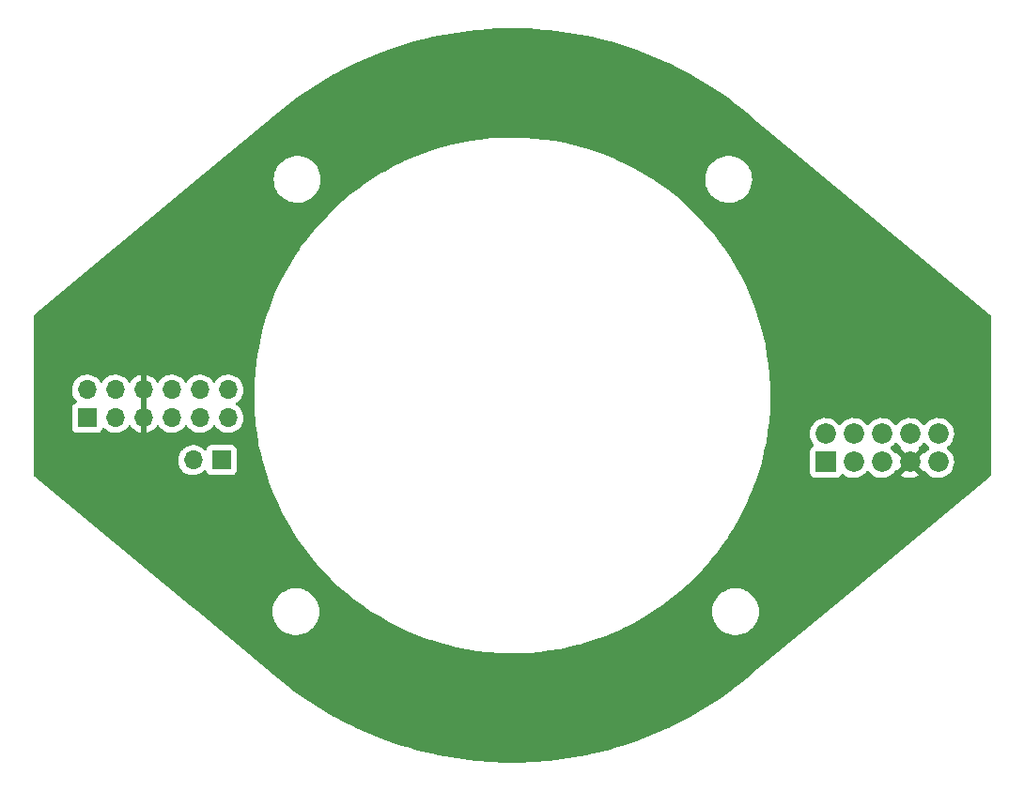
<source format=gbr>
%TF.GenerationSoftware,KiCad,Pcbnew,(6.0.0-0)*%
%TF.CreationDate,2022-02-24T10:59:22-05:00*%
%TF.ProjectId,Rotary,526f7461-7279-42e6-9b69-6361645f7063,rev?*%
%TF.SameCoordinates,Original*%
%TF.FileFunction,Copper,L1,Top*%
%TF.FilePolarity,Positive*%
%FSLAX46Y46*%
G04 Gerber Fmt 4.6, Leading zero omitted, Abs format (unit mm)*
G04 Created by KiCad (PCBNEW (6.0.0-0)) date 2022-02-24 10:59:22*
%MOMM*%
%LPD*%
G01*
G04 APERTURE LIST*
%TA.AperFunction,ComponentPad*%
%ADD10O,1.700000X1.700000*%
%TD*%
%TA.AperFunction,ComponentPad*%
%ADD11R,1.700000X1.700000*%
%TD*%
%TA.AperFunction,ComponentPad*%
%ADD12R,1.836000X1.836000*%
%TD*%
%TA.AperFunction,ComponentPad*%
%ADD13C,1.836000*%
%TD*%
G04 APERTURE END LIST*
D10*
%TO.P,J3,2,Pin_2*%
%TO.N,RTR_LIMIT*%
X117870000Y-103340000D03*
D11*
%TO.P,J3,1,Pin_1*%
%TO.N,GND*%
X120410000Y-103340000D03*
%TD*%
D12*
%TO.P,J2,1,Pin_1*%
%TO.N,RTR_ENB*%
X174853250Y-103503500D03*
D13*
%TO.P,J2,2,Pin_2*%
%TO.N,LKIT_C*%
X174853250Y-100963500D03*
%TO.P,J2,3,Pin_3*%
%TO.N,RTR_ENA*%
X177393250Y-103503500D03*
%TO.P,J2,4,Pin_4*%
%TO.N,LKIT_B*%
X177393250Y-100963500D03*
%TO.P,J2,5,Pin_5*%
%TO.N,RTR_LIMIT*%
X179933250Y-103503500D03*
%TO.P,J2,6,Pin_6*%
%TO.N,LKIT_A*%
X179933250Y-100963500D03*
%TO.P,J2,7,Pin_7*%
%TO.N,5V*%
X182473250Y-103503500D03*
%TO.P,J2,8,Pin_8*%
%TO.N,GND*%
X182473250Y-100963500D03*
%TO.P,J2,9,Pin_9*%
%TO.N,RMOT2*%
X185013250Y-103503500D03*
%TO.P,J2,10,Pin_10*%
%TO.N,RMOT1*%
X185013250Y-100963500D03*
%TD*%
D11*
%TO.P,J1,1,Pin_1*%
%TO.N,RTR_ENB*%
X108320000Y-99520000D03*
D10*
%TO.P,J1,2,Pin_2*%
%TO.N,GND*%
X108320000Y-96980000D03*
%TO.P,J1,3,Pin_3*%
%TO.N,RTR_ENA*%
X110860000Y-99520000D03*
%TO.P,J1,4,Pin_4*%
%TO.N,GND*%
X110860000Y-96980000D03*
%TO.P,J1,5,Pin_5*%
%TO.N,5V*%
X113400000Y-99520000D03*
%TO.P,J1,6,Pin_6*%
X113400000Y-96980000D03*
%TO.P,J1,7,Pin_7*%
%TO.N,GND*%
X115940000Y-99520000D03*
%TO.P,J1,8,Pin_8*%
%TO.N,LKIT_A*%
X115940000Y-96980000D03*
%TO.P,J1,9,Pin_9*%
%TO.N,RMOT1*%
X118480000Y-99520000D03*
%TO.P,J1,10,Pin_10*%
%TO.N,LKIT_B*%
X118480000Y-96980000D03*
%TO.P,J1,11,Pin_11*%
%TO.N,RMOT2*%
X121020000Y-99520000D03*
%TO.P,J1,12,Pin_12*%
%TO.N,LKIT_C*%
X121020000Y-96980000D03*
%TD*%
%TA.AperFunction,Conductor*%
%TO.N,5V*%
G36*
X146926719Y-64363028D02*
G01*
X147741021Y-64376785D01*
X147745260Y-64376929D01*
X148006563Y-64390182D01*
X148857858Y-64433360D01*
X148862104Y-64433647D01*
X149522691Y-64489574D01*
X149972216Y-64527632D01*
X149976404Y-64528058D01*
X151082666Y-64659483D01*
X151086876Y-64660055D01*
X152188114Y-64828778D01*
X152192272Y-64829488D01*
X153287160Y-65035309D01*
X153291289Y-65036158D01*
X153828408Y-65156042D01*
X154378587Y-65278842D01*
X154382725Y-65279839D01*
X155100918Y-65465815D01*
X155461224Y-65559116D01*
X155465305Y-65560247D01*
X155807310Y-65661252D01*
X156533711Y-65875782D01*
X156537772Y-65877056D01*
X157594934Y-66228508D01*
X157598950Y-66229919D01*
X158643619Y-66616872D01*
X158647586Y-66618418D01*
X159678608Y-67040445D01*
X159682519Y-67042124D01*
X160698670Y-67498724D01*
X160702521Y-67500533D01*
X161702712Y-67991217D01*
X161706457Y-67993134D01*
X162689512Y-68517328D01*
X162693192Y-68519370D01*
X163657953Y-69076456D01*
X163661603Y-69078646D01*
X164607020Y-69668016D01*
X164610593Y-69670329D01*
X165535505Y-70291258D01*
X165538999Y-70293690D01*
X166288973Y-70834802D01*
X166442433Y-70945525D01*
X166445842Y-70948073D01*
X167326752Y-71630058D01*
X167330074Y-71632721D01*
X168153265Y-72315714D01*
X168168615Y-72330846D01*
X168180935Y-72345271D01*
X168198450Y-72356732D01*
X168211990Y-72365593D01*
X168223480Y-72374079D01*
X172605508Y-76011989D01*
X189642481Y-90155890D01*
X189696483Y-90200722D01*
X189736120Y-90259625D01*
X189742000Y-90297668D01*
X189742000Y-104702332D01*
X189721998Y-104770453D01*
X189696484Y-104799277D01*
X177763368Y-114706015D01*
X168229420Y-122620991D01*
X168215337Y-122631129D01*
X168190449Y-122646560D01*
X168172505Y-122666559D01*
X168159177Y-122679381D01*
X167330074Y-123367279D01*
X167326752Y-123369942D01*
X166445842Y-124051927D01*
X166442436Y-124054473D01*
X166266344Y-124181525D01*
X165538999Y-124706310D01*
X165535505Y-124708742D01*
X164610593Y-125329671D01*
X164607020Y-125331984D01*
X163661603Y-125921354D01*
X163657959Y-125923541D01*
X162693192Y-126480630D01*
X162689512Y-126482672D01*
X161706457Y-127006866D01*
X161702712Y-127008783D01*
X160957777Y-127374241D01*
X160702523Y-127499466D01*
X160698670Y-127501276D01*
X159682519Y-127957876D01*
X159678608Y-127959555D01*
X158647586Y-128381582D01*
X158643619Y-128383128D01*
X157598950Y-128770081D01*
X157594934Y-128771492D01*
X156537772Y-129122944D01*
X156533711Y-129124218D01*
X155824853Y-129333567D01*
X155465305Y-129439753D01*
X155461224Y-129440884D01*
X155100918Y-129534185D01*
X154382725Y-129720161D01*
X154378587Y-129721158D01*
X153828408Y-129843958D01*
X153291289Y-129963842D01*
X153287160Y-129964691D01*
X152192272Y-130170512D01*
X152188114Y-130171222D01*
X151086880Y-130339945D01*
X151082666Y-130340517D01*
X149976404Y-130471942D01*
X149972216Y-130472368D01*
X149522691Y-130510426D01*
X148862104Y-130566353D01*
X148857858Y-130566640D01*
X148006563Y-130609818D01*
X147745260Y-130623071D01*
X147741021Y-130623215D01*
X146926719Y-130636972D01*
X146627128Y-130642033D01*
X146622872Y-130642033D01*
X146323281Y-130636972D01*
X145508979Y-130623215D01*
X145504740Y-130623071D01*
X145243437Y-130609818D01*
X144392142Y-130566640D01*
X144387896Y-130566353D01*
X143727309Y-130510426D01*
X143277784Y-130472368D01*
X143273596Y-130471942D01*
X142167334Y-130340517D01*
X142163120Y-130339945D01*
X141061886Y-130171222D01*
X141057728Y-130170512D01*
X139962840Y-129964691D01*
X139958711Y-129963842D01*
X139421592Y-129843958D01*
X138871413Y-129721158D01*
X138867275Y-129720161D01*
X138149082Y-129534185D01*
X137788776Y-129440884D01*
X137784695Y-129439753D01*
X137425147Y-129333567D01*
X136716289Y-129124218D01*
X136712228Y-129122944D01*
X135655066Y-128771492D01*
X135651050Y-128770081D01*
X134606381Y-128383128D01*
X134602414Y-128381582D01*
X133571392Y-127959555D01*
X133567481Y-127957876D01*
X132551330Y-127501276D01*
X132547477Y-127499466D01*
X132292223Y-127374241D01*
X131547288Y-127008783D01*
X131543543Y-127006866D01*
X130560488Y-126482672D01*
X130556808Y-126480630D01*
X129592041Y-125923541D01*
X129588397Y-125921354D01*
X128642980Y-125331984D01*
X128639407Y-125329671D01*
X127714495Y-124708742D01*
X127711001Y-124706310D01*
X126983656Y-124181525D01*
X126807564Y-124054473D01*
X126804158Y-124051927D01*
X125923248Y-123369942D01*
X125919926Y-123367279D01*
X125096735Y-122684286D01*
X125081385Y-122669154D01*
X125069065Y-122654729D01*
X125038010Y-122634407D01*
X125026520Y-122625921D01*
X118223190Y-116977874D01*
X125012190Y-116977874D01*
X125028735Y-117264820D01*
X125029560Y-117269025D01*
X125029561Y-117269033D01*
X125050920Y-117377897D01*
X125084070Y-117546865D01*
X125085457Y-117550916D01*
X125161206Y-117772161D01*
X125177171Y-117818792D01*
X125306316Y-118075567D01*
X125308742Y-118079096D01*
X125308745Y-118079102D01*
X125347587Y-118135617D01*
X125469114Y-118312439D01*
X125662553Y-118525026D01*
X125665841Y-118527775D01*
X125879761Y-118706641D01*
X125879766Y-118706645D01*
X125883053Y-118709393D01*
X125976012Y-118767706D01*
X126122895Y-118859846D01*
X126122899Y-118859848D01*
X126126535Y-118862129D01*
X126388493Y-118980407D01*
X126664079Y-119062040D01*
X126668313Y-119062688D01*
X126668318Y-119062689D01*
X126919095Y-119101063D01*
X126948195Y-119105516D01*
X127094580Y-119107815D01*
X127231291Y-119109963D01*
X127231297Y-119109963D01*
X127235582Y-119110030D01*
X127520923Y-119075500D01*
X127798937Y-119002565D01*
X127802897Y-119000925D01*
X127802902Y-119000923D01*
X127945911Y-118941686D01*
X128064481Y-118892573D01*
X128277216Y-118768261D01*
X128308943Y-118749721D01*
X128308944Y-118749721D01*
X128312641Y-118747560D01*
X128538823Y-118570210D01*
X128738844Y-118363804D01*
X128741377Y-118360356D01*
X128741381Y-118360351D01*
X128906464Y-118135617D01*
X128909002Y-118132162D01*
X129046149Y-117879571D01*
X129096947Y-117745137D01*
X129146227Y-117614721D01*
X129146228Y-117614718D01*
X129147745Y-117610703D01*
X129185889Y-117444156D01*
X129210954Y-117334718D01*
X129210955Y-117334714D01*
X129211912Y-117330534D01*
X129218661Y-117254922D01*
X129237243Y-117046715D01*
X129237463Y-117044250D01*
X129237926Y-117000000D01*
X129237757Y-116997519D01*
X129218669Y-116717520D01*
X129218668Y-116717514D01*
X129218377Y-116713243D01*
X129213841Y-116691337D01*
X129160962Y-116435998D01*
X129160091Y-116431792D01*
X129152556Y-116410512D01*
X129065579Y-116164897D01*
X129064148Y-116160856D01*
X128932321Y-115905447D01*
X128767052Y-115670293D01*
X128571397Y-115459743D01*
X128348978Y-115277695D01*
X128103910Y-115127517D01*
X128099993Y-115125798D01*
X128099990Y-115125796D01*
X127983678Y-115074739D01*
X127840728Y-115011989D01*
X127836600Y-115010813D01*
X127836597Y-115010812D01*
X127750693Y-114986342D01*
X127564302Y-114933247D01*
X127560060Y-114932643D01*
X127560054Y-114932642D01*
X127283998Y-114893353D01*
X127279747Y-114892748D01*
X127128246Y-114891955D01*
X126996614Y-114891265D01*
X126996608Y-114891265D01*
X126992328Y-114891243D01*
X126988083Y-114891802D01*
X126988081Y-114891802D01*
X126922784Y-114900399D01*
X126707365Y-114928760D01*
X126430129Y-115004603D01*
X126165752Y-115117369D01*
X126162071Y-115119572D01*
X125922806Y-115262768D01*
X125922802Y-115262771D01*
X125919124Y-115264972D01*
X125915781Y-115267650D01*
X125915777Y-115267653D01*
X125903243Y-115277695D01*
X125694811Y-115444681D01*
X125496963Y-115653170D01*
X125329240Y-115886581D01*
X125327231Y-115890376D01*
X125327230Y-115890377D01*
X125318458Y-115906945D01*
X125194746Y-116140596D01*
X125193271Y-116144627D01*
X125120592Y-116343233D01*
X125095971Y-116410512D01*
X125034741Y-116691337D01*
X125012698Y-116971415D01*
X125012190Y-116977874D01*
X118223190Y-116977874D01*
X117603030Y-116463024D01*
X103553517Y-104799277D01*
X103513880Y-104740375D01*
X103508000Y-104702332D01*
X103508000Y-103306695D01*
X116507251Y-103306695D01*
X116507548Y-103311848D01*
X116507548Y-103311851D01*
X116519151Y-103513080D01*
X116520110Y-103529715D01*
X116521247Y-103534761D01*
X116521248Y-103534767D01*
X116545304Y-103641508D01*
X116569222Y-103747639D01*
X116618058Y-103867908D01*
X116643898Y-103931544D01*
X116653266Y-103954616D01*
X116769987Y-104145088D01*
X116916250Y-104313938D01*
X117088126Y-104456632D01*
X117281000Y-104569338D01*
X117489692Y-104649030D01*
X117494760Y-104650061D01*
X117494763Y-104650062D01*
X117602017Y-104671883D01*
X117708597Y-104693567D01*
X117713772Y-104693757D01*
X117713774Y-104693757D01*
X117926673Y-104701564D01*
X117926677Y-104701564D01*
X117931837Y-104701753D01*
X117936957Y-104701097D01*
X117936959Y-104701097D01*
X118148288Y-104674025D01*
X118148289Y-104674025D01*
X118153416Y-104673368D01*
X118179008Y-104665690D01*
X118362429Y-104610661D01*
X118362434Y-104610659D01*
X118367384Y-104609174D01*
X118567994Y-104510896D01*
X118749860Y-104381173D01*
X118858091Y-104273319D01*
X118920462Y-104239404D01*
X118991268Y-104244592D01*
X119048030Y-104287238D01*
X119065012Y-104318341D01*
X119074809Y-104344475D01*
X119109385Y-104436705D01*
X119196739Y-104553261D01*
X119313295Y-104640615D01*
X119449684Y-104691745D01*
X119511866Y-104698500D01*
X121308134Y-104698500D01*
X121370316Y-104691745D01*
X121506705Y-104640615D01*
X121623261Y-104553261D01*
X121710615Y-104436705D01*
X121761745Y-104300316D01*
X121768500Y-104238134D01*
X121768500Y-102441866D01*
X121761745Y-102379684D01*
X121710615Y-102243295D01*
X121623261Y-102126739D01*
X121506705Y-102039385D01*
X121370316Y-101988255D01*
X121308134Y-101981500D01*
X119511866Y-101981500D01*
X119449684Y-101988255D01*
X119313295Y-102039385D01*
X119196739Y-102126739D01*
X119109385Y-102243295D01*
X119106233Y-102251703D01*
X119064919Y-102361907D01*
X119022277Y-102418671D01*
X118955716Y-102443371D01*
X118886367Y-102428163D01*
X118853743Y-102402476D01*
X118803151Y-102346875D01*
X118803142Y-102346866D01*
X118799670Y-102343051D01*
X118795619Y-102339852D01*
X118795615Y-102339848D01*
X118628414Y-102207800D01*
X118628410Y-102207798D01*
X118624359Y-102204598D01*
X118428789Y-102096638D01*
X118423920Y-102094914D01*
X118423916Y-102094912D01*
X118223087Y-102023795D01*
X118223083Y-102023794D01*
X118218212Y-102022069D01*
X118213119Y-102021162D01*
X118213116Y-102021161D01*
X118003373Y-101983800D01*
X118003367Y-101983799D01*
X117998284Y-101982894D01*
X117924452Y-101981992D01*
X117780081Y-101980228D01*
X117780079Y-101980228D01*
X117774911Y-101980165D01*
X117554091Y-102013955D01*
X117341756Y-102083357D01*
X117143607Y-102186507D01*
X117139474Y-102189610D01*
X117139471Y-102189612D01*
X117028358Y-102273038D01*
X116964965Y-102320635D01*
X116939576Y-102347203D01*
X116871280Y-102418671D01*
X116810629Y-102482138D01*
X116684743Y-102666680D01*
X116653765Y-102733416D01*
X116600102Y-102849025D01*
X116590688Y-102869305D01*
X116530989Y-103084570D01*
X116507251Y-103306695D01*
X103508000Y-103306695D01*
X103508000Y-96946695D01*
X106957251Y-96946695D01*
X106957548Y-96951848D01*
X106957548Y-96951851D01*
X106963011Y-97046590D01*
X106970110Y-97169715D01*
X106971247Y-97174761D01*
X106971248Y-97174767D01*
X106989358Y-97255124D01*
X107019222Y-97387639D01*
X107103266Y-97594616D01*
X107154019Y-97677438D01*
X107217291Y-97780688D01*
X107219987Y-97785088D01*
X107366250Y-97953938D01*
X107370230Y-97957242D01*
X107374981Y-97961187D01*
X107414616Y-98020090D01*
X107416113Y-98091071D01*
X107378997Y-98151593D01*
X107338725Y-98176112D01*
X107298638Y-98191140D01*
X107223295Y-98219385D01*
X107106739Y-98306739D01*
X107019385Y-98423295D01*
X106968255Y-98559684D01*
X106961500Y-98621866D01*
X106961500Y-100418134D01*
X106968255Y-100480316D01*
X107019385Y-100616705D01*
X107106739Y-100733261D01*
X107223295Y-100820615D01*
X107359684Y-100871745D01*
X107421866Y-100878500D01*
X109218134Y-100878500D01*
X109280316Y-100871745D01*
X109416705Y-100820615D01*
X109533261Y-100733261D01*
X109620615Y-100616705D01*
X109642799Y-100557529D01*
X109664598Y-100499382D01*
X109707240Y-100442618D01*
X109773802Y-100417918D01*
X109843150Y-100433126D01*
X109877817Y-100461114D01*
X109906250Y-100493938D01*
X110078126Y-100636632D01*
X110271000Y-100749338D01*
X110479692Y-100829030D01*
X110484760Y-100830061D01*
X110484763Y-100830062D01*
X110579862Y-100849410D01*
X110698597Y-100873567D01*
X110703772Y-100873757D01*
X110703774Y-100873757D01*
X110916673Y-100881564D01*
X110916677Y-100881564D01*
X110921837Y-100881753D01*
X110926957Y-100881097D01*
X110926959Y-100881097D01*
X111138288Y-100854025D01*
X111138289Y-100854025D01*
X111143416Y-100853368D01*
X111148366Y-100851883D01*
X111352429Y-100790661D01*
X111352434Y-100790659D01*
X111357384Y-100789174D01*
X111557994Y-100690896D01*
X111739860Y-100561173D01*
X111898096Y-100403489D01*
X112028453Y-100222077D01*
X112029640Y-100222930D01*
X112076960Y-100179362D01*
X112146897Y-100167145D01*
X112212338Y-100194678D01*
X112240166Y-100226511D01*
X112297694Y-100320388D01*
X112303777Y-100328699D01*
X112443213Y-100489667D01*
X112450580Y-100496883D01*
X112614434Y-100632916D01*
X112622881Y-100638831D01*
X112806756Y-100746279D01*
X112816042Y-100750729D01*
X113015001Y-100826703D01*
X113024899Y-100829579D01*
X113128250Y-100850606D01*
X113142299Y-100849410D01*
X113146000Y-100839065D01*
X113146000Y-100838517D01*
X113654000Y-100838517D01*
X113658064Y-100852359D01*
X113671478Y-100854393D01*
X113678184Y-100853534D01*
X113688262Y-100851392D01*
X113892255Y-100790191D01*
X113901842Y-100786433D01*
X114093095Y-100692739D01*
X114101945Y-100687464D01*
X114275328Y-100563792D01*
X114283200Y-100557139D01*
X114434052Y-100406812D01*
X114440730Y-100398965D01*
X114568022Y-100221819D01*
X114569279Y-100222722D01*
X114616373Y-100179362D01*
X114686311Y-100167145D01*
X114751751Y-100194678D01*
X114779579Y-100226511D01*
X114839987Y-100325088D01*
X114986250Y-100493938D01*
X115158126Y-100636632D01*
X115351000Y-100749338D01*
X115559692Y-100829030D01*
X115564760Y-100830061D01*
X115564763Y-100830062D01*
X115659862Y-100849410D01*
X115778597Y-100873567D01*
X115783772Y-100873757D01*
X115783774Y-100873757D01*
X115996673Y-100881564D01*
X115996677Y-100881564D01*
X116001837Y-100881753D01*
X116006957Y-100881097D01*
X116006959Y-100881097D01*
X116218288Y-100854025D01*
X116218289Y-100854025D01*
X116223416Y-100853368D01*
X116228366Y-100851883D01*
X116432429Y-100790661D01*
X116432434Y-100790659D01*
X116437384Y-100789174D01*
X116637994Y-100690896D01*
X116819860Y-100561173D01*
X116978096Y-100403489D01*
X117108453Y-100222077D01*
X117109776Y-100223028D01*
X117156645Y-100179857D01*
X117226580Y-100167625D01*
X117292026Y-100195144D01*
X117319875Y-100226994D01*
X117379987Y-100325088D01*
X117526250Y-100493938D01*
X117698126Y-100636632D01*
X117891000Y-100749338D01*
X118099692Y-100829030D01*
X118104760Y-100830061D01*
X118104763Y-100830062D01*
X118199862Y-100849410D01*
X118318597Y-100873567D01*
X118323772Y-100873757D01*
X118323774Y-100873757D01*
X118536673Y-100881564D01*
X118536677Y-100881564D01*
X118541837Y-100881753D01*
X118546957Y-100881097D01*
X118546959Y-100881097D01*
X118758288Y-100854025D01*
X118758289Y-100854025D01*
X118763416Y-100853368D01*
X118768366Y-100851883D01*
X118972429Y-100790661D01*
X118972434Y-100790659D01*
X118977384Y-100789174D01*
X119177994Y-100690896D01*
X119359860Y-100561173D01*
X119518096Y-100403489D01*
X119648453Y-100222077D01*
X119649776Y-100223028D01*
X119696645Y-100179857D01*
X119766580Y-100167625D01*
X119832026Y-100195144D01*
X119859875Y-100226994D01*
X119919987Y-100325088D01*
X120066250Y-100493938D01*
X120238126Y-100636632D01*
X120431000Y-100749338D01*
X120639692Y-100829030D01*
X120644760Y-100830061D01*
X120644763Y-100830062D01*
X120739862Y-100849410D01*
X120858597Y-100873567D01*
X120863772Y-100873757D01*
X120863774Y-100873757D01*
X121076673Y-100881564D01*
X121076677Y-100881564D01*
X121081837Y-100881753D01*
X121086957Y-100881097D01*
X121086959Y-100881097D01*
X121298288Y-100854025D01*
X121298289Y-100854025D01*
X121303416Y-100853368D01*
X121308366Y-100851883D01*
X121512429Y-100790661D01*
X121512434Y-100790659D01*
X121517384Y-100789174D01*
X121717994Y-100690896D01*
X121899860Y-100561173D01*
X122058096Y-100403489D01*
X122188453Y-100222077D01*
X122201995Y-100194678D01*
X122285136Y-100026453D01*
X122285137Y-100026451D01*
X122287430Y-100021811D01*
X122325397Y-99896848D01*
X122350865Y-99813023D01*
X122350865Y-99813021D01*
X122352370Y-99808069D01*
X122381529Y-99586590D01*
X122382705Y-99538464D01*
X122383074Y-99523365D01*
X122383074Y-99523361D01*
X122383156Y-99520000D01*
X122364852Y-99297361D01*
X122310431Y-99080702D01*
X122221354Y-98875840D01*
X122100014Y-98688277D01*
X121949670Y-98523051D01*
X121945619Y-98519852D01*
X121945615Y-98519848D01*
X121778414Y-98387800D01*
X121778410Y-98387798D01*
X121774359Y-98384598D01*
X121733053Y-98361796D01*
X121683084Y-98311364D01*
X121668312Y-98241921D01*
X121693428Y-98175516D01*
X121720780Y-98148909D01*
X121764603Y-98117650D01*
X121899860Y-98021173D01*
X122058096Y-97863489D01*
X122117594Y-97780689D01*
X122185435Y-97686277D01*
X122188453Y-97682077D01*
X122201995Y-97654678D01*
X122285136Y-97486453D01*
X122285137Y-97486451D01*
X122287430Y-97481811D01*
X122352370Y-97268069D01*
X122353907Y-97256395D01*
X123363307Y-97256395D01*
X123363319Y-97257656D01*
X123363319Y-97257665D01*
X123365335Y-97467680D01*
X123365645Y-97500000D01*
X123372270Y-98190125D01*
X123372334Y-98191403D01*
X123372334Y-98191416D01*
X123391059Y-98567540D01*
X123418698Y-99122743D01*
X123418813Y-99124017D01*
X123418814Y-99124034D01*
X123467156Y-99660402D01*
X123502517Y-100052746D01*
X123502682Y-100054007D01*
X123502683Y-100054017D01*
X123622052Y-100966865D01*
X123623591Y-100978636D01*
X123623810Y-100979910D01*
X123748390Y-101704920D01*
X123781725Y-101898921D01*
X123861587Y-102273038D01*
X123960685Y-102737263D01*
X123976664Y-102812119D01*
X123976964Y-102813292D01*
X123976969Y-102813313D01*
X124171426Y-103573423D01*
X124208095Y-103716758D01*
X124208451Y-103717948D01*
X124208452Y-103717952D01*
X124305386Y-104042077D01*
X124475643Y-104611380D01*
X124476043Y-104612546D01*
X124476052Y-104612573D01*
X124684180Y-105218735D01*
X124778880Y-105494545D01*
X125117314Y-106364828D01*
X125490402Y-107220829D01*
X125490949Y-107221959D01*
X125490955Y-107221971D01*
X125896989Y-108060024D01*
X125897543Y-108061167D01*
X126338080Y-108884489D01*
X126338716Y-108885571D01*
X126338720Y-108885578D01*
X126710018Y-109517176D01*
X126811303Y-109689468D01*
X127316450Y-110474807D01*
X127852707Y-111239241D01*
X128419211Y-111981539D01*
X129015047Y-112700503D01*
X129639258Y-113394977D01*
X130290835Y-114063840D01*
X130968731Y-114706015D01*
X131671852Y-115320468D01*
X132399065Y-115906209D01*
X133149200Y-116462293D01*
X133921047Y-116987825D01*
X133922117Y-116988492D01*
X133922138Y-116988506D01*
X134371950Y-117269033D01*
X134713363Y-117481957D01*
X135524871Y-117943895D01*
X136354263Y-118372894D01*
X136355393Y-118373422D01*
X136355411Y-118373431D01*
X137199016Y-118767706D01*
X137199026Y-118767710D01*
X137200204Y-118768261D01*
X137201406Y-118768765D01*
X138015229Y-119110030D01*
X138061330Y-119129362D01*
X138936254Y-119455612D01*
X138937447Y-119456003D01*
X139640989Y-119686636D01*
X139823566Y-119746488D01*
X140721837Y-120001520D01*
X140723055Y-120001814D01*
X140723072Y-120001818D01*
X141628407Y-120220005D01*
X141629619Y-120220297D01*
X141630839Y-120220540D01*
X141630845Y-120220541D01*
X142544205Y-120402220D01*
X142544226Y-120402224D01*
X142545449Y-120402467D01*
X143467853Y-120547736D01*
X143469136Y-120547886D01*
X143469139Y-120547886D01*
X144394090Y-120655725D01*
X144394094Y-120655725D01*
X144395343Y-120655871D01*
X144719819Y-120680553D01*
X145325160Y-120726601D01*
X145325175Y-120726602D01*
X145326426Y-120726697D01*
X145327688Y-120726742D01*
X145327703Y-120726743D01*
X146258338Y-120760054D01*
X146258348Y-120760054D01*
X146259601Y-120760099D01*
X146260829Y-120760094D01*
X146260851Y-120760094D01*
X146719861Y-120758091D01*
X147193365Y-120756025D01*
X147194616Y-120755969D01*
X147194628Y-120755969D01*
X148124941Y-120714537D01*
X148124958Y-120714536D01*
X148126213Y-120714480D01*
X149056642Y-120635532D01*
X149983154Y-120519308D01*
X150724946Y-120395840D01*
X150903018Y-120366201D01*
X150903023Y-120366200D01*
X150904255Y-120365995D01*
X151818461Y-120175839D01*
X151819678Y-120175534D01*
X151819693Y-120175531D01*
X152513837Y-120001818D01*
X152724299Y-119949149D01*
X152965556Y-119878372D01*
X153619125Y-119686636D01*
X153619141Y-119686631D01*
X153620310Y-119686288D01*
X153621476Y-119685895D01*
X153621487Y-119685891D01*
X154503853Y-119388084D01*
X154505050Y-119387680D01*
X155241860Y-119105583D01*
X155375931Y-119054252D01*
X155375936Y-119054250D01*
X155377093Y-119053807D01*
X155378220Y-119053323D01*
X156233899Y-118685695D01*
X156233920Y-118685686D01*
X156235036Y-118685206D01*
X156887220Y-118373431D01*
X157076346Y-118283020D01*
X157076354Y-118283016D01*
X157077494Y-118282471D01*
X157455673Y-118082658D01*
X157901987Y-117846845D01*
X157901992Y-117846842D01*
X157903111Y-117846251D01*
X158283742Y-117625163D01*
X158709442Y-117377897D01*
X158709455Y-117377889D01*
X158710557Y-117377249D01*
X158711637Y-117376562D01*
X158711649Y-117376555D01*
X159234269Y-117044250D01*
X159338659Y-116977874D01*
X164637190Y-116977874D01*
X164653735Y-117264820D01*
X164654560Y-117269025D01*
X164654561Y-117269033D01*
X164675920Y-117377897D01*
X164709070Y-117546865D01*
X164710457Y-117550916D01*
X164786206Y-117772161D01*
X164802171Y-117818792D01*
X164931316Y-118075567D01*
X164933742Y-118079096D01*
X164933745Y-118079102D01*
X164972587Y-118135617D01*
X165094114Y-118312439D01*
X165287553Y-118525026D01*
X165290841Y-118527775D01*
X165504761Y-118706641D01*
X165504766Y-118706645D01*
X165508053Y-118709393D01*
X165601012Y-118767706D01*
X165747895Y-118859846D01*
X165747899Y-118859848D01*
X165751535Y-118862129D01*
X166013493Y-118980407D01*
X166289079Y-119062040D01*
X166293313Y-119062688D01*
X166293318Y-119062689D01*
X166544095Y-119101063D01*
X166573195Y-119105516D01*
X166719580Y-119107815D01*
X166856291Y-119109963D01*
X166856297Y-119109963D01*
X166860582Y-119110030D01*
X167145923Y-119075500D01*
X167423937Y-119002565D01*
X167427897Y-119000925D01*
X167427902Y-119000923D01*
X167570911Y-118941686D01*
X167689481Y-118892573D01*
X167902216Y-118768261D01*
X167933943Y-118749721D01*
X167933944Y-118749721D01*
X167937641Y-118747560D01*
X168163823Y-118570210D01*
X168363844Y-118363804D01*
X168366377Y-118360356D01*
X168366381Y-118360351D01*
X168531464Y-118135617D01*
X168534002Y-118132162D01*
X168671149Y-117879571D01*
X168721947Y-117745137D01*
X168771227Y-117614721D01*
X168771228Y-117614718D01*
X168772745Y-117610703D01*
X168810889Y-117444156D01*
X168835954Y-117334718D01*
X168835955Y-117334714D01*
X168836912Y-117330534D01*
X168843661Y-117254922D01*
X168862243Y-117046715D01*
X168862463Y-117044250D01*
X168862926Y-117000000D01*
X168862757Y-116997519D01*
X168843669Y-116717520D01*
X168843668Y-116717514D01*
X168843377Y-116713243D01*
X168838841Y-116691337D01*
X168785962Y-116435998D01*
X168785091Y-116431792D01*
X168777556Y-116410512D01*
X168690579Y-116164897D01*
X168689148Y-116160856D01*
X168557321Y-115905447D01*
X168392052Y-115670293D01*
X168196397Y-115459743D01*
X167973978Y-115277695D01*
X167728910Y-115127517D01*
X167724993Y-115125798D01*
X167724990Y-115125796D01*
X167608678Y-115074739D01*
X167465728Y-115011989D01*
X167461600Y-115010813D01*
X167461597Y-115010812D01*
X167375693Y-114986342D01*
X167189302Y-114933247D01*
X167185060Y-114932643D01*
X167185054Y-114932642D01*
X166908998Y-114893353D01*
X166904747Y-114892748D01*
X166753246Y-114891955D01*
X166621614Y-114891265D01*
X166621608Y-114891265D01*
X166617328Y-114891243D01*
X166613083Y-114891802D01*
X166613081Y-114891802D01*
X166547784Y-114900399D01*
X166332365Y-114928760D01*
X166055129Y-115004603D01*
X165790752Y-115117369D01*
X165787071Y-115119572D01*
X165547806Y-115262768D01*
X165547802Y-115262771D01*
X165544124Y-115264972D01*
X165540781Y-115267650D01*
X165540777Y-115267653D01*
X165528243Y-115277695D01*
X165319811Y-115444681D01*
X165121963Y-115653170D01*
X164954240Y-115886581D01*
X164952231Y-115890376D01*
X164952230Y-115890377D01*
X164943458Y-115906945D01*
X164819746Y-116140596D01*
X164818271Y-116144627D01*
X164745592Y-116343233D01*
X164720971Y-116410512D01*
X164659741Y-116691337D01*
X164637698Y-116971415D01*
X164637190Y-116977874D01*
X159338659Y-116977874D01*
X159498530Y-116876221D01*
X160169848Y-116410512D01*
X160264756Y-116344672D01*
X160264760Y-116344669D01*
X160265762Y-116343974D01*
X161011015Y-115781365D01*
X161733090Y-115189300D01*
X162430822Y-114568735D01*
X163103088Y-113920668D01*
X163114966Y-113908261D01*
X163747941Y-113247047D01*
X163747953Y-113247034D01*
X163748804Y-113246145D01*
X164366930Y-112546251D01*
X164826678Y-111981539D01*
X164955670Y-111823097D01*
X164955677Y-111823088D01*
X164956470Y-111822114D01*
X165516474Y-111074901D01*
X165517180Y-111073876D01*
X165517192Y-111073859D01*
X166045336Y-110306838D01*
X166046040Y-110305816D01*
X166171483Y-110107002D01*
X166543636Y-109517176D01*
X166543648Y-109517157D01*
X166544315Y-109516099D01*
X167010495Y-108707021D01*
X167443830Y-107879886D01*
X167541500Y-107673729D01*
X167843074Y-107037185D01*
X167843085Y-107037160D01*
X167843622Y-107036027D01*
X168051860Y-106546636D01*
X168208731Y-106177967D01*
X168208736Y-106177955D01*
X168209226Y-106176803D01*
X168467260Y-105495733D01*
X168539609Y-105304772D01*
X168539615Y-105304754D01*
X168540053Y-105303599D01*
X168835571Y-104417822D01*
X168841636Y-104396880D01*
X169094958Y-103522091D01*
X169094960Y-103522083D01*
X169095303Y-103520899D01*
X169098862Y-103506466D01*
X169291470Y-102725245D01*
X169318830Y-102614275D01*
X169334548Y-102537366D01*
X169505540Y-101700650D01*
X169505542Y-101700640D01*
X169505793Y-101699411D01*
X169631339Y-100928528D01*
X173422288Y-100928528D01*
X173422585Y-100933680D01*
X173422585Y-100933684D01*
X173428143Y-101030071D01*
X173435791Y-101162711D01*
X173436928Y-101167757D01*
X173436929Y-101167763D01*
X173460180Y-101270932D01*
X173487361Y-101391544D01*
X173575612Y-101608881D01*
X173698176Y-101808886D01*
X173790396Y-101915348D01*
X173819878Y-101979931D01*
X173809763Y-102050203D01*
X173763262Y-102103852D01*
X173739387Y-102115825D01*
X173696955Y-102131732D01*
X173696954Y-102131733D01*
X173688545Y-102134885D01*
X173571989Y-102222239D01*
X173484635Y-102338795D01*
X173433505Y-102475184D01*
X173426750Y-102537366D01*
X173426750Y-104469634D01*
X173433505Y-104531816D01*
X173484635Y-104668205D01*
X173571989Y-104784761D01*
X173688545Y-104872115D01*
X173824934Y-104923245D01*
X173887116Y-104930000D01*
X175819384Y-104930000D01*
X175881566Y-104923245D01*
X176017955Y-104872115D01*
X176134511Y-104784761D01*
X176221865Y-104668205D01*
X176240615Y-104618190D01*
X176283257Y-104561426D01*
X176349819Y-104536726D01*
X176419167Y-104551934D01*
X176439082Y-104565476D01*
X176559790Y-104665690D01*
X176572239Y-104676025D01*
X176576691Y-104678627D01*
X176576696Y-104678630D01*
X176769530Y-104791313D01*
X176774767Y-104794373D01*
X176993905Y-104878054D01*
X176998971Y-104879085D01*
X176998972Y-104879085D01*
X177053976Y-104890275D01*
X177223768Y-104924820D01*
X177354980Y-104929631D01*
X177453018Y-104933226D01*
X177453022Y-104933226D01*
X177458182Y-104933415D01*
X177463302Y-104932759D01*
X177463304Y-104932759D01*
X177685726Y-104904267D01*
X177685729Y-104904266D01*
X177690853Y-104903610D01*
X177783792Y-104875727D01*
X177910578Y-104837689D01*
X177915531Y-104836203D01*
X177920170Y-104833930D01*
X177920176Y-104833928D01*
X178121545Y-104735278D01*
X178126183Y-104733006D01*
X178170263Y-104701564D01*
X178312939Y-104599794D01*
X178312943Y-104599790D01*
X178317151Y-104596789D01*
X178483308Y-104431212D01*
X178559018Y-104325850D01*
X178615012Y-104282203D01*
X178685715Y-104275757D01*
X178748679Y-104308560D01*
X178768772Y-104333541D01*
X178775475Y-104344480D01*
X178775481Y-104344488D01*
X178778176Y-104348886D01*
X178931760Y-104526188D01*
X178935735Y-104529488D01*
X178935739Y-104529492D01*
X178955721Y-104546081D01*
X179112239Y-104676025D01*
X179116691Y-104678627D01*
X179116696Y-104678630D01*
X179309530Y-104791313D01*
X179314767Y-104794373D01*
X179533905Y-104878054D01*
X179538971Y-104879085D01*
X179538972Y-104879085D01*
X179593976Y-104890275D01*
X179763768Y-104924820D01*
X179894980Y-104929631D01*
X179993018Y-104933226D01*
X179993022Y-104933226D01*
X179998182Y-104933415D01*
X180003302Y-104932759D01*
X180003304Y-104932759D01*
X180225726Y-104904267D01*
X180225729Y-104904266D01*
X180230853Y-104903610D01*
X180323792Y-104875727D01*
X180450578Y-104837689D01*
X180455531Y-104836203D01*
X180460170Y-104833930D01*
X180460176Y-104833928D01*
X180661545Y-104735278D01*
X180666183Y-104733006D01*
X180710263Y-104701564D01*
X180743207Y-104678065D01*
X181663514Y-104678065D01*
X181668795Y-104685120D01*
X181850523Y-104791313D01*
X181859810Y-104795763D01*
X182069214Y-104875727D01*
X182079112Y-104878603D01*
X182298765Y-104923291D01*
X182308994Y-104924510D01*
X182532995Y-104932725D01*
X182543281Y-104932258D01*
X182765617Y-104903776D01*
X182775702Y-104901633D01*
X182990397Y-104837221D01*
X182999992Y-104833460D01*
X183201274Y-104734854D01*
X183210140Y-104729569D01*
X183271251Y-104685978D01*
X183279652Y-104675278D01*
X183272665Y-104662126D01*
X182486061Y-103875521D01*
X182472118Y-103867908D01*
X182470284Y-103868039D01*
X182463670Y-103872290D01*
X181670271Y-104665690D01*
X181663514Y-104678065D01*
X180743207Y-104678065D01*
X180852939Y-104599794D01*
X180852943Y-104599790D01*
X180857151Y-104596789D01*
X181023308Y-104431212D01*
X181095829Y-104330288D01*
X181102300Y-104321283D01*
X181158295Y-104277635D01*
X181228998Y-104271189D01*
X181289155Y-104301373D01*
X181300714Y-104311831D01*
X181309492Y-104308047D01*
X182101229Y-103516311D01*
X182108842Y-103502368D01*
X182108711Y-103500534D01*
X182104460Y-103493920D01*
X181314158Y-102703619D01*
X181302627Y-102697322D01*
X181283891Y-102712001D01*
X181217932Y-102738268D01*
X181148243Y-102724705D01*
X181100391Y-102681257D01*
X181070133Y-102634485D01*
X181070131Y-102634482D01*
X181067325Y-102630145D01*
X180909455Y-102456648D01*
X180750298Y-102330954D01*
X180709236Y-102273038D01*
X180706004Y-102202115D01*
X180741629Y-102140704D01*
X180755222Y-102129495D01*
X180852938Y-102059794D01*
X180857151Y-102056789D01*
X181023308Y-101891212D01*
X181099018Y-101785850D01*
X181155012Y-101742203D01*
X181225715Y-101735757D01*
X181288679Y-101768560D01*
X181308772Y-101793541D01*
X181315475Y-101804480D01*
X181315481Y-101804488D01*
X181318176Y-101808886D01*
X181471760Y-101986188D01*
X181475735Y-101989488D01*
X181475739Y-101989492D01*
X181532039Y-102036233D01*
X181651623Y-102135513D01*
X181651624Y-102135515D01*
X181652239Y-102136025D01*
X181652134Y-102136152D01*
X181695156Y-102189982D01*
X181702461Y-102260602D01*
X181679530Y-102313096D01*
X181665902Y-102331355D01*
X181672646Y-102343685D01*
X182460439Y-103131479D01*
X182474382Y-103139092D01*
X182476216Y-103138961D01*
X182482830Y-103134710D01*
X183275059Y-102342480D01*
X183282077Y-102329628D01*
X183265570Y-102306973D01*
X183241621Y-102240138D01*
X183257609Y-102170965D01*
X183294237Y-102130197D01*
X183295222Y-102129495D01*
X183356554Y-102085747D01*
X183392939Y-102059794D01*
X183392943Y-102059790D01*
X183397151Y-102056789D01*
X183563308Y-101891212D01*
X183639018Y-101785850D01*
X183695012Y-101742203D01*
X183765715Y-101735757D01*
X183828679Y-101768560D01*
X183848772Y-101793541D01*
X183855475Y-101804480D01*
X183855481Y-101804488D01*
X183858176Y-101808886D01*
X184011760Y-101986188D01*
X184015735Y-101989488D01*
X184015739Y-101989492D01*
X184192239Y-102136025D01*
X184191520Y-102136892D01*
X184232423Y-102188059D01*
X184239735Y-102258678D01*
X184207707Y-102322040D01*
X184191479Y-102336580D01*
X184069502Y-102428163D01*
X184062913Y-102433110D01*
X183900852Y-102602698D01*
X183857207Y-102666680D01*
X183845331Y-102684089D01*
X183790420Y-102729092D01*
X183719895Y-102737263D01*
X183659019Y-102708558D01*
X183644806Y-102696317D01*
X183635240Y-102700721D01*
X182845271Y-103490689D01*
X182837658Y-103504632D01*
X182837789Y-103506466D01*
X182842040Y-103513080D01*
X183632455Y-104303494D01*
X183644461Y-104310050D01*
X183662856Y-104295997D01*
X183729131Y-104270538D01*
X183798649Y-104284951D01*
X183846778Y-104330288D01*
X183855472Y-104344475D01*
X183855476Y-104344480D01*
X183858176Y-104348886D01*
X184011760Y-104526188D01*
X184015735Y-104529488D01*
X184015739Y-104529492D01*
X184035721Y-104546081D01*
X184192239Y-104676025D01*
X184196691Y-104678627D01*
X184196696Y-104678630D01*
X184389530Y-104791313D01*
X184394767Y-104794373D01*
X184613905Y-104878054D01*
X184618971Y-104879085D01*
X184618972Y-104879085D01*
X184673976Y-104890275D01*
X184843768Y-104924820D01*
X184974980Y-104929631D01*
X185073018Y-104933226D01*
X185073022Y-104933226D01*
X185078182Y-104933415D01*
X185083302Y-104932759D01*
X185083304Y-104932759D01*
X185305726Y-104904267D01*
X185305729Y-104904266D01*
X185310853Y-104903610D01*
X185403792Y-104875727D01*
X185530578Y-104837689D01*
X185535531Y-104836203D01*
X185540170Y-104833930D01*
X185540176Y-104833928D01*
X185741545Y-104735278D01*
X185746183Y-104733006D01*
X185790263Y-104701564D01*
X185932939Y-104599794D01*
X185932943Y-104599790D01*
X185937151Y-104596789D01*
X186103308Y-104431212D01*
X186190372Y-104310050D01*
X186237172Y-104244920D01*
X186240190Y-104240720D01*
X186281130Y-104157885D01*
X186341828Y-104035071D01*
X186341829Y-104035069D01*
X186344122Y-104030429D01*
X186412312Y-103805988D01*
X186423902Y-103717952D01*
X186442493Y-103576745D01*
X186442494Y-103576738D01*
X186442930Y-103573423D01*
X186444639Y-103503500D01*
X186425419Y-103269717D01*
X186368273Y-103042212D01*
X186274738Y-102827096D01*
X186173998Y-102671375D01*
X186150133Y-102634485D01*
X186150131Y-102634482D01*
X186147325Y-102630145D01*
X185989455Y-102456648D01*
X185830298Y-102330954D01*
X185789236Y-102273038D01*
X185786004Y-102202115D01*
X185821629Y-102140704D01*
X185835222Y-102129495D01*
X185932938Y-102059794D01*
X185937151Y-102056789D01*
X186103308Y-101891212D01*
X186159661Y-101812789D01*
X186237172Y-101704920D01*
X186240190Y-101700720D01*
X186281130Y-101617885D01*
X186341828Y-101495071D01*
X186341829Y-101495069D01*
X186344122Y-101490429D01*
X186412312Y-101265988D01*
X186425909Y-101162711D01*
X186442493Y-101036745D01*
X186442494Y-101036738D01*
X186442930Y-101033423D01*
X186444639Y-100963500D01*
X186425419Y-100729717D01*
X186368273Y-100502212D01*
X186292954Y-100328990D01*
X186276798Y-100291833D01*
X186276796Y-100291830D01*
X186274738Y-100287096D01*
X186147325Y-100090145D01*
X185989455Y-99916648D01*
X185805369Y-99771266D01*
X185600009Y-99657901D01*
X185468464Y-99611319D01*
X185383764Y-99581325D01*
X185383761Y-99581324D01*
X185378892Y-99579600D01*
X185373803Y-99578693D01*
X185373801Y-99578693D01*
X185153045Y-99539370D01*
X185153039Y-99539369D01*
X185147956Y-99538464D01*
X185057258Y-99537356D01*
X184918570Y-99535661D01*
X184918568Y-99535661D01*
X184913401Y-99535598D01*
X184681529Y-99571079D01*
X184458564Y-99643955D01*
X184250497Y-99752268D01*
X184246364Y-99755371D01*
X184246361Y-99755373D01*
X184067048Y-99890005D01*
X184062913Y-99893110D01*
X183900852Y-100062698D01*
X183897938Y-100066970D01*
X183897937Y-100066971D01*
X183847955Y-100140242D01*
X183793044Y-100185245D01*
X183722519Y-100193416D01*
X183658772Y-100162162D01*
X183638077Y-100137681D01*
X183607325Y-100090145D01*
X183449455Y-99916648D01*
X183265369Y-99771266D01*
X183060009Y-99657901D01*
X182928464Y-99611319D01*
X182843764Y-99581325D01*
X182843761Y-99581324D01*
X182838892Y-99579600D01*
X182833803Y-99578693D01*
X182833801Y-99578693D01*
X182613045Y-99539370D01*
X182613039Y-99539369D01*
X182607956Y-99538464D01*
X182517258Y-99537356D01*
X182378570Y-99535661D01*
X182378568Y-99535661D01*
X182373401Y-99535598D01*
X182141529Y-99571079D01*
X181918564Y-99643955D01*
X181710497Y-99752268D01*
X181706364Y-99755371D01*
X181706361Y-99755373D01*
X181527048Y-99890005D01*
X181522913Y-99893110D01*
X181360852Y-100062698D01*
X181357938Y-100066970D01*
X181357937Y-100066971D01*
X181307955Y-100140242D01*
X181253044Y-100185245D01*
X181182519Y-100193416D01*
X181118772Y-100162162D01*
X181098077Y-100137681D01*
X181067325Y-100090145D01*
X180909455Y-99916648D01*
X180725369Y-99771266D01*
X180520009Y-99657901D01*
X180388464Y-99611319D01*
X180303764Y-99581325D01*
X180303761Y-99581324D01*
X180298892Y-99579600D01*
X180293803Y-99578693D01*
X180293801Y-99578693D01*
X180073045Y-99539370D01*
X180073039Y-99539369D01*
X180067956Y-99538464D01*
X179977258Y-99537356D01*
X179838570Y-99535661D01*
X179838568Y-99535661D01*
X179833401Y-99535598D01*
X179601529Y-99571079D01*
X179378564Y-99643955D01*
X179170497Y-99752268D01*
X179166364Y-99755371D01*
X179166361Y-99755373D01*
X178987048Y-99890005D01*
X178982913Y-99893110D01*
X178820852Y-100062698D01*
X178817938Y-100066970D01*
X178817937Y-100066971D01*
X178767955Y-100140242D01*
X178713044Y-100185245D01*
X178642519Y-100193416D01*
X178578772Y-100162162D01*
X178558077Y-100137681D01*
X178527325Y-100090145D01*
X178369455Y-99916648D01*
X178185369Y-99771266D01*
X177980009Y-99657901D01*
X177848464Y-99611319D01*
X177763764Y-99581325D01*
X177763761Y-99581324D01*
X177758892Y-99579600D01*
X177753803Y-99578693D01*
X177753801Y-99578693D01*
X177533045Y-99539370D01*
X177533039Y-99539369D01*
X177527956Y-99538464D01*
X177437258Y-99537356D01*
X177298570Y-99535661D01*
X177298568Y-99535661D01*
X177293401Y-99535598D01*
X177061529Y-99571079D01*
X176838564Y-99643955D01*
X176630497Y-99752268D01*
X176626364Y-99755371D01*
X176626361Y-99755373D01*
X176447048Y-99890005D01*
X176442913Y-99893110D01*
X176280852Y-100062698D01*
X176277938Y-100066970D01*
X176277937Y-100066971D01*
X176227955Y-100140242D01*
X176173044Y-100185245D01*
X176102519Y-100193416D01*
X176038772Y-100162162D01*
X176018077Y-100137681D01*
X175987325Y-100090145D01*
X175829455Y-99916648D01*
X175645369Y-99771266D01*
X175440009Y-99657901D01*
X175308464Y-99611319D01*
X175223764Y-99581325D01*
X175223761Y-99581324D01*
X175218892Y-99579600D01*
X175213803Y-99578693D01*
X175213801Y-99578693D01*
X174993045Y-99539370D01*
X174993039Y-99539369D01*
X174987956Y-99538464D01*
X174897258Y-99537356D01*
X174758570Y-99535661D01*
X174758568Y-99535661D01*
X174753401Y-99535598D01*
X174521529Y-99571079D01*
X174298564Y-99643955D01*
X174090497Y-99752268D01*
X174086364Y-99755371D01*
X174086361Y-99755373D01*
X173907048Y-99890005D01*
X173902913Y-99893110D01*
X173740852Y-100062698D01*
X173608665Y-100256477D01*
X173606485Y-100261174D01*
X173512078Y-100464553D01*
X173512076Y-100464558D01*
X173509901Y-100469244D01*
X173447215Y-100695284D01*
X173422288Y-100928528D01*
X169631339Y-100928528D01*
X169655890Y-100777781D01*
X169659133Y-100751181D01*
X169763730Y-99893110D01*
X169768879Y-99850870D01*
X169844579Y-98920170D01*
X169846204Y-98880590D01*
X169876120Y-98151593D01*
X169882867Y-97987183D01*
X169884128Y-97866812D01*
X169887959Y-97500985D01*
X169887959Y-97500964D01*
X169887969Y-97500000D01*
X169887698Y-97486453D01*
X169869253Y-96567639D01*
X169869252Y-96567618D01*
X169869228Y-96566415D01*
X169819127Y-95735369D01*
X169813110Y-95635561D01*
X169813110Y-95635557D01*
X169813036Y-95634335D01*
X169719483Y-94705260D01*
X169588720Y-93780689D01*
X169420958Y-92862110D01*
X169216467Y-91951004D01*
X168975576Y-91048838D01*
X168742331Y-90297668D01*
X168699046Y-90158267D01*
X168699045Y-90158263D01*
X168698673Y-90157066D01*
X168524297Y-89666007D01*
X168386623Y-89278302D01*
X168386616Y-89278285D01*
X168386205Y-89277126D01*
X168038676Y-88410434D01*
X167656644Y-87558387D01*
X167240726Y-86722359D01*
X167240139Y-86721289D01*
X167240128Y-86721268D01*
X166792189Y-85904782D01*
X166792175Y-85904758D01*
X166791592Y-85903695D01*
X166309965Y-85103716D01*
X165796622Y-84323709D01*
X165252389Y-83564933D01*
X165251631Y-83563961D01*
X165251616Y-83563941D01*
X164678924Y-82829608D01*
X164678921Y-82829604D01*
X164678144Y-82828608D01*
X164074811Y-82115923D01*
X163908741Y-81935006D01*
X163444214Y-81428952D01*
X163444210Y-81428948D01*
X163443362Y-81428024D01*
X163442470Y-81427127D01*
X162785724Y-80766933D01*
X162785705Y-80766915D01*
X162784816Y-80766021D01*
X162100233Y-80130979D01*
X161390716Y-79523923D01*
X160657409Y-78945830D01*
X159901492Y-78397631D01*
X159270901Y-77977874D01*
X164012190Y-77977874D01*
X164028735Y-78264820D01*
X164029560Y-78269025D01*
X164029561Y-78269033D01*
X164054652Y-78396921D01*
X164084070Y-78546865D01*
X164085457Y-78550916D01*
X164170971Y-78800682D01*
X164177171Y-78818792D01*
X164306316Y-79075567D01*
X164308742Y-79079096D01*
X164308745Y-79079102D01*
X164347587Y-79135617D01*
X164469114Y-79312439D01*
X164662553Y-79525026D01*
X164665841Y-79527775D01*
X164879761Y-79706641D01*
X164879766Y-79706645D01*
X164883053Y-79709393D01*
X165001320Y-79783582D01*
X165122895Y-79859846D01*
X165122899Y-79859848D01*
X165126535Y-79862129D01*
X165388493Y-79980407D01*
X165664079Y-80062040D01*
X165668313Y-80062688D01*
X165668318Y-80062689D01*
X165919095Y-80101063D01*
X165948195Y-80105516D01*
X166094580Y-80107815D01*
X166231291Y-80109963D01*
X166231297Y-80109963D01*
X166235582Y-80110030D01*
X166520923Y-80075500D01*
X166798937Y-80002565D01*
X166802897Y-80000925D01*
X166802902Y-80000923D01*
X166945911Y-79941686D01*
X167064481Y-79892573D01*
X167312641Y-79747560D01*
X167538823Y-79570210D01*
X167738844Y-79363804D01*
X167741377Y-79360356D01*
X167741381Y-79360351D01*
X167906464Y-79135617D01*
X167909002Y-79132162D01*
X168046149Y-78879571D01*
X168106272Y-78720458D01*
X168146227Y-78614721D01*
X168146228Y-78614718D01*
X168147745Y-78610703D01*
X168196545Y-78397631D01*
X168210954Y-78334718D01*
X168210955Y-78334714D01*
X168211912Y-78330534D01*
X168218175Y-78260368D01*
X168237243Y-78046715D01*
X168237463Y-78044250D01*
X168237926Y-78000000D01*
X168237757Y-77997519D01*
X168218669Y-77717520D01*
X168218668Y-77717514D01*
X168218377Y-77713243D01*
X168213841Y-77691337D01*
X168160962Y-77435998D01*
X168160091Y-77431792D01*
X168152556Y-77410512D01*
X168065579Y-77164897D01*
X168064148Y-77160856D01*
X167932321Y-76905447D01*
X167767052Y-76670293D01*
X167628040Y-76520698D01*
X167574318Y-76462886D01*
X167574315Y-76462883D01*
X167571397Y-76459743D01*
X167348978Y-76277695D01*
X167103910Y-76127517D01*
X167099993Y-76125798D01*
X167099990Y-76125796D01*
X166983678Y-76074739D01*
X166840728Y-76011989D01*
X166836600Y-76010813D01*
X166836597Y-76010812D01*
X166750693Y-75986342D01*
X166564302Y-75933247D01*
X166560060Y-75932643D01*
X166560054Y-75932642D01*
X166283998Y-75893353D01*
X166279747Y-75892748D01*
X166128246Y-75891955D01*
X165996614Y-75891265D01*
X165996608Y-75891265D01*
X165992328Y-75891243D01*
X165988083Y-75891802D01*
X165988081Y-75891802D01*
X165922784Y-75900399D01*
X165707365Y-75928760D01*
X165430129Y-76004603D01*
X165165752Y-76117369D01*
X165162071Y-76119572D01*
X164922806Y-76262768D01*
X164922802Y-76262771D01*
X164919124Y-76264972D01*
X164915781Y-76267650D01*
X164915777Y-76267653D01*
X164903243Y-76277695D01*
X164694811Y-76444681D01*
X164496963Y-76653170D01*
X164329240Y-76886581D01*
X164194746Y-77140596D01*
X164095971Y-77410512D01*
X164034741Y-77691337D01*
X164012698Y-77971415D01*
X164012190Y-77977874D01*
X159270901Y-77977874D01*
X159124184Y-77880211D01*
X158326737Y-77394402D01*
X157510437Y-76940988D01*
X156676597Y-76520698D01*
X156120055Y-76267653D01*
X155827692Y-76134723D01*
X155827678Y-76134717D01*
X155826563Y-76134210D01*
X155825431Y-76133749D01*
X155825405Y-76133738D01*
X154962888Y-75782629D01*
X154962872Y-75782623D01*
X154961703Y-75782147D01*
X154083410Y-75465077D01*
X153193101Y-75183509D01*
X152292208Y-74937897D01*
X151382185Y-74728638D01*
X151380956Y-74728407D01*
X151380947Y-74728405D01*
X150465736Y-74556302D01*
X150464497Y-74556069D01*
X150463256Y-74555887D01*
X150463233Y-74555883D01*
X149541878Y-74420650D01*
X149541868Y-74420649D01*
X149540623Y-74420466D01*
X148612051Y-74322050D01*
X148610809Y-74321969D01*
X148610802Y-74321968D01*
X147890222Y-74274739D01*
X147680278Y-74260979D01*
X147362888Y-74252945D01*
X146748040Y-74237381D01*
X146748026Y-74237381D01*
X146746804Y-74237350D01*
X145859500Y-74250514D01*
X145814413Y-74251183D01*
X145814412Y-74251183D01*
X145813134Y-74251202D01*
X145346953Y-74276857D01*
X144882037Y-74302443D01*
X144882018Y-74302444D01*
X144880772Y-74302513D01*
X144879502Y-74302634D01*
X144879491Y-74302635D01*
X143952508Y-74391077D01*
X143952498Y-74391078D01*
X143951221Y-74391200D01*
X143949960Y-74391372D01*
X143949948Y-74391373D01*
X143446465Y-74459894D01*
X143025977Y-74517120D01*
X143024758Y-74517336D01*
X143024739Y-74517339D01*
X142374363Y-74632604D01*
X142106532Y-74680071D01*
X142105297Y-74680341D01*
X142105294Y-74680342D01*
X141207303Y-74876957D01*
X141194368Y-74879789D01*
X140290953Y-75115953D01*
X139397744Y-75388182D01*
X139176322Y-75465506D01*
X138517398Y-75695612D01*
X138517385Y-75695617D01*
X138516179Y-75696038D01*
X138514985Y-75696510D01*
X138514973Y-75696514D01*
X138299228Y-75781716D01*
X137647680Y-76039025D01*
X136793644Y-76416590D01*
X136792495Y-76417154D01*
X136792491Y-76417156D01*
X136711284Y-76457027D01*
X135955450Y-76828125D01*
X135134446Y-77272966D01*
X134867484Y-77431792D01*
X134333030Y-77749758D01*
X134333014Y-77749768D01*
X134331955Y-77750398D01*
X134330935Y-77751062D01*
X134330920Y-77751071D01*
X133550309Y-78258975D01*
X133549272Y-78259650D01*
X133548278Y-78260355D01*
X133548259Y-78260368D01*
X133048714Y-78614721D01*
X132787656Y-78799903D01*
X132048335Y-79370285D01*
X132047373Y-79371090D01*
X132047364Y-79371098D01*
X131459030Y-79863895D01*
X131332500Y-79969878D01*
X131331555Y-79970736D01*
X131331552Y-79970739D01*
X131232379Y-80060822D01*
X130641305Y-80597716D01*
X129975862Y-81252787D01*
X129337245Y-81934035D01*
X128726482Y-82640364D01*
X128144557Y-83370635D01*
X127592408Y-84123671D01*
X127591690Y-84124737D01*
X127591684Y-84124746D01*
X127457735Y-84323709D01*
X127070925Y-84898259D01*
X126580948Y-85693151D01*
X126580336Y-85694239D01*
X126580325Y-85694258D01*
X126123875Y-86505981D01*
X126123265Y-86507066D01*
X125698615Y-87338694D01*
X125307682Y-88186693D01*
X124951096Y-89049698D01*
X124950661Y-89050883D01*
X124950660Y-89050886D01*
X124632197Y-89918781D01*
X124629431Y-89926318D01*
X124343205Y-90815141D01*
X124092880Y-91714735D01*
X123878859Y-92623650D01*
X123878626Y-92624855D01*
X123878622Y-92624873D01*
X123701727Y-93539181D01*
X123701487Y-93540422D01*
X123701299Y-93541655D01*
X123701297Y-93541669D01*
X123664935Y-93780689D01*
X123561049Y-94463573D01*
X123457772Y-95391617D01*
X123391823Y-96323058D01*
X123363307Y-97256395D01*
X122353907Y-97256395D01*
X122381529Y-97046590D01*
X122383156Y-96980000D01*
X122364852Y-96757361D01*
X122310431Y-96540702D01*
X122221354Y-96335840D01*
X122100014Y-96148277D01*
X121949670Y-95983051D01*
X121945619Y-95979852D01*
X121945615Y-95979848D01*
X121778414Y-95847800D01*
X121778410Y-95847798D01*
X121774359Y-95844598D01*
X121738028Y-95824542D01*
X121722136Y-95815769D01*
X121578789Y-95736638D01*
X121573920Y-95734914D01*
X121573916Y-95734912D01*
X121373087Y-95663795D01*
X121373083Y-95663794D01*
X121368212Y-95662069D01*
X121363119Y-95661162D01*
X121363116Y-95661161D01*
X121153373Y-95623800D01*
X121153367Y-95623799D01*
X121148284Y-95622894D01*
X121074452Y-95621992D01*
X120930081Y-95620228D01*
X120930079Y-95620228D01*
X120924911Y-95620165D01*
X120704091Y-95653955D01*
X120491756Y-95723357D01*
X120293607Y-95826507D01*
X120289474Y-95829610D01*
X120289471Y-95829612D01*
X120265247Y-95847800D01*
X120114965Y-95960635D01*
X119960629Y-96122138D01*
X119853201Y-96279621D01*
X119798293Y-96324621D01*
X119727768Y-96332792D01*
X119664021Y-96301538D01*
X119643324Y-96277054D01*
X119562822Y-96152617D01*
X119562820Y-96152614D01*
X119560014Y-96148277D01*
X119409670Y-95983051D01*
X119405619Y-95979852D01*
X119405615Y-95979848D01*
X119238414Y-95847800D01*
X119238410Y-95847798D01*
X119234359Y-95844598D01*
X119198028Y-95824542D01*
X119182136Y-95815769D01*
X119038789Y-95736638D01*
X119033920Y-95734914D01*
X119033916Y-95734912D01*
X118833087Y-95663795D01*
X118833083Y-95663794D01*
X118828212Y-95662069D01*
X118823119Y-95661162D01*
X118823116Y-95661161D01*
X118613373Y-95623800D01*
X118613367Y-95623799D01*
X118608284Y-95622894D01*
X118534452Y-95621992D01*
X118390081Y-95620228D01*
X118390079Y-95620228D01*
X118384911Y-95620165D01*
X118164091Y-95653955D01*
X117951756Y-95723357D01*
X117753607Y-95826507D01*
X117749474Y-95829610D01*
X117749471Y-95829612D01*
X117725247Y-95847800D01*
X117574965Y-95960635D01*
X117420629Y-96122138D01*
X117313201Y-96279621D01*
X117258293Y-96324621D01*
X117187768Y-96332792D01*
X117124021Y-96301538D01*
X117103324Y-96277054D01*
X117022822Y-96152617D01*
X117022820Y-96152614D01*
X117020014Y-96148277D01*
X116869670Y-95983051D01*
X116865619Y-95979852D01*
X116865615Y-95979848D01*
X116698414Y-95847800D01*
X116698410Y-95847798D01*
X116694359Y-95844598D01*
X116658028Y-95824542D01*
X116642136Y-95815769D01*
X116498789Y-95736638D01*
X116493920Y-95734914D01*
X116493916Y-95734912D01*
X116293087Y-95663795D01*
X116293083Y-95663794D01*
X116288212Y-95662069D01*
X116283119Y-95661162D01*
X116283116Y-95661161D01*
X116073373Y-95623800D01*
X116073367Y-95623799D01*
X116068284Y-95622894D01*
X115994452Y-95621992D01*
X115850081Y-95620228D01*
X115850079Y-95620228D01*
X115844911Y-95620165D01*
X115624091Y-95653955D01*
X115411756Y-95723357D01*
X115213607Y-95826507D01*
X115209474Y-95829610D01*
X115209471Y-95829612D01*
X115185247Y-95847800D01*
X115034965Y-95960635D01*
X114880629Y-96122138D01*
X114773204Y-96279618D01*
X114772898Y-96280066D01*
X114717987Y-96325069D01*
X114647462Y-96333240D01*
X114583715Y-96301986D01*
X114563018Y-96277502D01*
X114482426Y-96152926D01*
X114476136Y-96144757D01*
X114332806Y-95987240D01*
X114325273Y-95980215D01*
X114158139Y-95848222D01*
X114149552Y-95842517D01*
X113963117Y-95739599D01*
X113953705Y-95735369D01*
X113752959Y-95664280D01*
X113742988Y-95661646D01*
X113671837Y-95648972D01*
X113658540Y-95650432D01*
X113654000Y-95664989D01*
X113654000Y-100838517D01*
X113146000Y-100838517D01*
X113146000Y-95663102D01*
X113142082Y-95649758D01*
X113127806Y-95647771D01*
X113089324Y-95653660D01*
X113079288Y-95656051D01*
X112876868Y-95722212D01*
X112867359Y-95726209D01*
X112678463Y-95824542D01*
X112669738Y-95830036D01*
X112499433Y-95957905D01*
X112491726Y-95964748D01*
X112344590Y-96118717D01*
X112338109Y-96126722D01*
X112233498Y-96280074D01*
X112178587Y-96325076D01*
X112108062Y-96333247D01*
X112044315Y-96301993D01*
X112023618Y-96277509D01*
X111942822Y-96152617D01*
X111942820Y-96152614D01*
X111940014Y-96148277D01*
X111789670Y-95983051D01*
X111785619Y-95979852D01*
X111785615Y-95979848D01*
X111618414Y-95847800D01*
X111618410Y-95847798D01*
X111614359Y-95844598D01*
X111578028Y-95824542D01*
X111562136Y-95815769D01*
X111418789Y-95736638D01*
X111413920Y-95734914D01*
X111413916Y-95734912D01*
X111213087Y-95663795D01*
X111213083Y-95663794D01*
X111208212Y-95662069D01*
X111203119Y-95661162D01*
X111203116Y-95661161D01*
X110993373Y-95623800D01*
X110993367Y-95623799D01*
X110988284Y-95622894D01*
X110914452Y-95621992D01*
X110770081Y-95620228D01*
X110770079Y-95620228D01*
X110764911Y-95620165D01*
X110544091Y-95653955D01*
X110331756Y-95723357D01*
X110133607Y-95826507D01*
X110129474Y-95829610D01*
X110129471Y-95829612D01*
X110105247Y-95847800D01*
X109954965Y-95960635D01*
X109800629Y-96122138D01*
X109693201Y-96279621D01*
X109638293Y-96324621D01*
X109567768Y-96332792D01*
X109504021Y-96301538D01*
X109483324Y-96277054D01*
X109402822Y-96152617D01*
X109402820Y-96152614D01*
X109400014Y-96148277D01*
X109249670Y-95983051D01*
X109245619Y-95979852D01*
X109245615Y-95979848D01*
X109078414Y-95847800D01*
X109078410Y-95847798D01*
X109074359Y-95844598D01*
X109038028Y-95824542D01*
X109022136Y-95815769D01*
X108878789Y-95736638D01*
X108873920Y-95734914D01*
X108873916Y-95734912D01*
X108673087Y-95663795D01*
X108673083Y-95663794D01*
X108668212Y-95662069D01*
X108663119Y-95661162D01*
X108663116Y-95661161D01*
X108453373Y-95623800D01*
X108453367Y-95623799D01*
X108448284Y-95622894D01*
X108374452Y-95621992D01*
X108230081Y-95620228D01*
X108230079Y-95620228D01*
X108224911Y-95620165D01*
X108004091Y-95653955D01*
X107791756Y-95723357D01*
X107593607Y-95826507D01*
X107589474Y-95829610D01*
X107589471Y-95829612D01*
X107565247Y-95847800D01*
X107414965Y-95960635D01*
X107260629Y-96122138D01*
X107134743Y-96306680D01*
X107040688Y-96509305D01*
X106980989Y-96724570D01*
X106957251Y-96946695D01*
X103508000Y-96946695D01*
X103508000Y-90297668D01*
X103528002Y-90229547D01*
X103553517Y-90200722D01*
X103606103Y-90157066D01*
X118276494Y-77977874D01*
X125137190Y-77977874D01*
X125153735Y-78264820D01*
X125154560Y-78269025D01*
X125154561Y-78269033D01*
X125179652Y-78396921D01*
X125209070Y-78546865D01*
X125210457Y-78550916D01*
X125295971Y-78800682D01*
X125302171Y-78818792D01*
X125431316Y-79075567D01*
X125433742Y-79079096D01*
X125433745Y-79079102D01*
X125472587Y-79135617D01*
X125594114Y-79312439D01*
X125787553Y-79525026D01*
X125790841Y-79527775D01*
X126004761Y-79706641D01*
X126004766Y-79706645D01*
X126008053Y-79709393D01*
X126126320Y-79783582D01*
X126247895Y-79859846D01*
X126247899Y-79859848D01*
X126251535Y-79862129D01*
X126513493Y-79980407D01*
X126789079Y-80062040D01*
X126793313Y-80062688D01*
X126793318Y-80062689D01*
X127044095Y-80101063D01*
X127073195Y-80105516D01*
X127219580Y-80107815D01*
X127356291Y-80109963D01*
X127356297Y-80109963D01*
X127360582Y-80110030D01*
X127645923Y-80075500D01*
X127923937Y-80002565D01*
X127927897Y-80000925D01*
X127927902Y-80000923D01*
X128070911Y-79941686D01*
X128189481Y-79892573D01*
X128437641Y-79747560D01*
X128663823Y-79570210D01*
X128863844Y-79363804D01*
X128866377Y-79360356D01*
X128866381Y-79360351D01*
X129031464Y-79135617D01*
X129034002Y-79132162D01*
X129171149Y-78879571D01*
X129231272Y-78720458D01*
X129271227Y-78614721D01*
X129271228Y-78614718D01*
X129272745Y-78610703D01*
X129321545Y-78397631D01*
X129335954Y-78334718D01*
X129335955Y-78334714D01*
X129336912Y-78330534D01*
X129343175Y-78260368D01*
X129362243Y-78046715D01*
X129362463Y-78044250D01*
X129362926Y-78000000D01*
X129362757Y-77997519D01*
X129343669Y-77717520D01*
X129343668Y-77717514D01*
X129343377Y-77713243D01*
X129338841Y-77691337D01*
X129285962Y-77435998D01*
X129285091Y-77431792D01*
X129277556Y-77410512D01*
X129190579Y-77164897D01*
X129189148Y-77160856D01*
X129057321Y-76905447D01*
X128892052Y-76670293D01*
X128753040Y-76520698D01*
X128699318Y-76462886D01*
X128699315Y-76462883D01*
X128696397Y-76459743D01*
X128473978Y-76277695D01*
X128228910Y-76127517D01*
X128224993Y-76125798D01*
X128224990Y-76125796D01*
X128108678Y-76074739D01*
X127965728Y-76011989D01*
X127961600Y-76010813D01*
X127961597Y-76010812D01*
X127875693Y-75986342D01*
X127689302Y-75933247D01*
X127685060Y-75932643D01*
X127685054Y-75932642D01*
X127408998Y-75893353D01*
X127404747Y-75892748D01*
X127253246Y-75891955D01*
X127121614Y-75891265D01*
X127121608Y-75891265D01*
X127117328Y-75891243D01*
X127113083Y-75891802D01*
X127113081Y-75891802D01*
X127047784Y-75900399D01*
X126832365Y-75928760D01*
X126555129Y-76004603D01*
X126290752Y-76117369D01*
X126287071Y-76119572D01*
X126047806Y-76262768D01*
X126047802Y-76262771D01*
X126044124Y-76264972D01*
X126040781Y-76267650D01*
X126040777Y-76267653D01*
X126028243Y-76277695D01*
X125819811Y-76444681D01*
X125621963Y-76653170D01*
X125454240Y-76886581D01*
X125319746Y-77140596D01*
X125220971Y-77410512D01*
X125159741Y-77691337D01*
X125137698Y-77971415D01*
X125137190Y-77977874D01*
X118276494Y-77977874D01*
X125020589Y-72379003D01*
X125034671Y-72368866D01*
X125051922Y-72358170D01*
X125059551Y-72353440D01*
X125077496Y-72333440D01*
X125090823Y-72320619D01*
X125919926Y-71632721D01*
X125923248Y-71630058D01*
X126804158Y-70948073D01*
X126807567Y-70945525D01*
X126961028Y-70834802D01*
X127711001Y-70293690D01*
X127714495Y-70291258D01*
X128639407Y-69670329D01*
X128642980Y-69668016D01*
X129588397Y-69078646D01*
X129592047Y-69076456D01*
X130556808Y-68519370D01*
X130560488Y-68517328D01*
X131543543Y-67993134D01*
X131547288Y-67991217D01*
X132547479Y-67500533D01*
X132551330Y-67498724D01*
X133567481Y-67042124D01*
X133571392Y-67040445D01*
X134602414Y-66618418D01*
X134606381Y-66616872D01*
X135651050Y-66229919D01*
X135655066Y-66228508D01*
X136712228Y-65877056D01*
X136716289Y-65875782D01*
X137442690Y-65661252D01*
X137784695Y-65560247D01*
X137788776Y-65559116D01*
X138149082Y-65465815D01*
X138867275Y-65279839D01*
X138871413Y-65278842D01*
X139421592Y-65156042D01*
X139958711Y-65036158D01*
X139962840Y-65035309D01*
X141057728Y-64829488D01*
X141061886Y-64828778D01*
X142163124Y-64660055D01*
X142167334Y-64659483D01*
X143273596Y-64528058D01*
X143277784Y-64527632D01*
X143727309Y-64489574D01*
X144387896Y-64433647D01*
X144392142Y-64433360D01*
X145243437Y-64390182D01*
X145504740Y-64376929D01*
X145508979Y-64376785D01*
X146323281Y-64363028D01*
X146622872Y-64357967D01*
X146627128Y-64357967D01*
X146926719Y-64363028D01*
G37*
%TD.AperFunction*%
%TD*%
M02*

</source>
